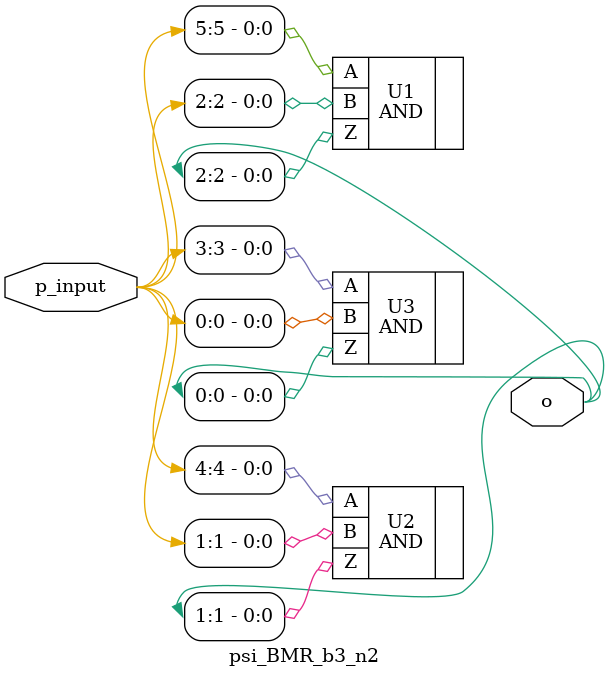
<source format=v>

module psi_BMR_b3_n2 ( p_input, o );
  input [5:0] p_input;
  output [2:0] o;


  AND U1 ( .A(p_input[5]), .B(p_input[2]), .Z(o[2]) );
  AND U2 ( .A(p_input[4]), .B(p_input[1]), .Z(o[1]) );
  AND U3 ( .A(p_input[3]), .B(p_input[0]), .Z(o[0]) );
endmodule


</source>
